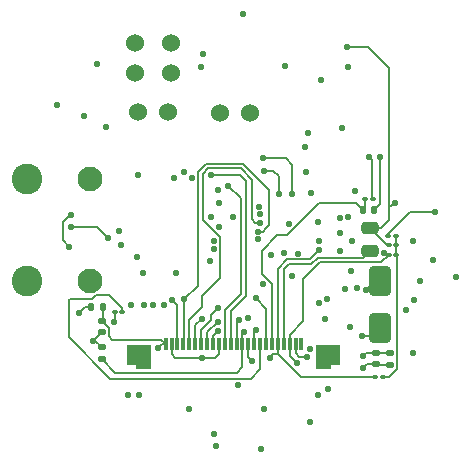
<source format=gbr>
%TF.GenerationSoftware,KiCad,Pcbnew,7.0.7*%
%TF.CreationDate,2024-10-30T15:59:06-07:00*%
%TF.ProjectId,SensingBoard_rev1.1,53656e73-696e-4674-926f-6172645f7265,rev?*%
%TF.SameCoordinates,Original*%
%TF.FileFunction,Copper,L6,Bot*%
%TF.FilePolarity,Positive*%
%FSLAX46Y46*%
G04 Gerber Fmt 4.6, Leading zero omitted, Abs format (unit mm)*
G04 Created by KiCad (PCBNEW 7.0.7) date 2024-10-30 15:59:06*
%MOMM*%
%LPD*%
G01*
G04 APERTURE LIST*
G04 Aperture macros list*
%AMRoundRect*
0 Rectangle with rounded corners*
0 $1 Rounding radius*
0 $2 $3 $4 $5 $6 $7 $8 $9 X,Y pos of 4 corners*
0 Add a 4 corners polygon primitive as box body*
4,1,4,$2,$3,$4,$5,$6,$7,$8,$9,$2,$3,0*
0 Add four circle primitives for the rounded corners*
1,1,$1+$1,$2,$3*
1,1,$1+$1,$4,$5*
1,1,$1+$1,$6,$7*
1,1,$1+$1,$8,$9*
0 Add four rect primitives between the rounded corners*
20,1,$1+$1,$2,$3,$4,$5,0*
20,1,$1+$1,$4,$5,$6,$7,0*
20,1,$1+$1,$6,$7,$8,$9,0*
20,1,$1+$1,$8,$9,$2,$3,0*%
%AMFreePoly0*
4,1,17,1.053536,1.153536,1.055000,1.150000,1.055000,-0.800000,1.053536,-0.803536,1.050000,-0.805000,-1.050000,-0.805000,-1.053536,-0.803536,-1.055000,-0.800000,-1.055000,0.800000,-1.053536,0.803536,-1.050000,0.805000,-0.255000,0.805000,-0.255000,1.150000,-0.253536,1.153536,-0.250000,1.155000,1.050000,1.155000,1.053536,1.153536,1.053536,1.153536,$1*%
%AMFreePoly1*
4,1,17,0.253536,1.153536,0.255000,1.150000,0.255000,0.805000,1.050000,0.805000,1.053536,0.803536,1.055000,0.800000,1.055000,-0.800000,1.053536,-0.803536,1.050000,-0.805000,-1.050000,-0.805000,-1.053536,-0.803536,-1.055000,-0.800000,-1.055000,1.150000,-1.053536,1.153536,-1.050000,1.155000,0.250000,1.155000,0.253536,1.153536,0.253536,1.153536,$1*%
G04 Aperture macros list end*
%TA.AperFunction,ComponentPad*%
%ADD10C,1.524000*%
%TD*%
%TA.AperFunction,ComponentPad*%
%ADD11C,2.100000*%
%TD*%
%TA.AperFunction,ComponentPad*%
%ADD12C,2.600000*%
%TD*%
%TA.AperFunction,SMDPad,CuDef*%
%ADD13RoundRect,0.250000X-0.475000X0.250000X-0.475000X-0.250000X0.475000X-0.250000X0.475000X0.250000X0*%
%TD*%
%TA.AperFunction,SMDPad,CuDef*%
%ADD14RoundRect,0.140000X0.170000X-0.140000X0.170000X0.140000X-0.170000X0.140000X-0.170000X-0.140000X0*%
%TD*%
%TA.AperFunction,SMDPad,CuDef*%
%ADD15RoundRect,0.100000X0.130000X0.100000X-0.130000X0.100000X-0.130000X-0.100000X0.130000X-0.100000X0*%
%TD*%
%TA.AperFunction,SMDPad,CuDef*%
%ADD16RoundRect,0.140000X0.140000X0.170000X-0.140000X0.170000X-0.140000X-0.170000X0.140000X-0.170000X0*%
%TD*%
%TA.AperFunction,SMDPad,CuDef*%
%ADD17RoundRect,0.140000X-0.140000X-0.170000X0.140000X-0.170000X0.140000X0.170000X-0.140000X0.170000X0*%
%TD*%
%TA.AperFunction,SMDPad,CuDef*%
%ADD18RoundRect,0.140000X-0.170000X0.140000X-0.170000X-0.140000X0.170000X-0.140000X0.170000X0.140000X0*%
%TD*%
%TA.AperFunction,SMDPad,CuDef*%
%ADD19R,0.300000X1.100000*%
%TD*%
%TA.AperFunction,SMDPad,CuDef*%
%ADD20FreePoly0,180.000000*%
%TD*%
%TA.AperFunction,SMDPad,CuDef*%
%ADD21FreePoly1,180.000000*%
%TD*%
%TA.AperFunction,SMDPad,CuDef*%
%ADD22RoundRect,0.250000X0.650000X-1.000000X0.650000X1.000000X-0.650000X1.000000X-0.650000X-1.000000X0*%
%TD*%
%TA.AperFunction,ViaPad*%
%ADD23C,0.550000*%
%TD*%
%TA.AperFunction,Conductor*%
%ADD24C,0.200000*%
%TD*%
G04 APERTURE END LIST*
D10*
%TO.P,J6,1,1*%
%TO.N,MOTOR2_BIN2*%
X124764800Y-49377600D03*
%TO.P,J6,2,2*%
%TO.N,MOTOR2_BIN1*%
X124764800Y-46837600D03*
%TD*%
%TO.P,J7,1,1*%
%TO.N,DRV_FAULT*%
X121666000Y-46824900D03*
%TO.P,J7,2,2*%
%TO.N,DRV_SLEEP*%
X121666000Y-49364900D03*
%TD*%
%TO.P,J9,1,1*%
%TO.N,GND*%
X128879600Y-52730400D03*
%TO.P,J9,2,2*%
%TO.N,VDC*%
X131419600Y-52730400D03*
%TD*%
D11*
%TO.P,J1,S1,SHIELD*%
%TO.N,GND*%
X117882000Y-58318400D03*
D12*
X112522000Y-58318400D03*
D11*
X117882000Y-66958400D03*
D12*
X112522000Y-66958400D03*
%TD*%
D10*
%TO.P,J5,1,1*%
%TO.N,MOTOR1_AIN2*%
X124460000Y-52679600D03*
%TO.P,J5,2,2*%
%TO.N,MOTOR1_AIN1*%
X121920000Y-52679600D03*
%TD*%
D13*
%TO.P,FB1,1*%
%TO.N,+2V8*%
X141579600Y-62514400D03*
%TO.P,FB1,2*%
%TO.N,Net-(FB1-Pad2)*%
X141579600Y-64414400D03*
%TD*%
D14*
%TO.P,C27,1*%
%TO.N,+2V8*%
X118872000Y-73553200D03*
%TO.P,C27,2*%
%TO.N,GND*%
X118872000Y-72593200D03*
%TD*%
D15*
%TO.P,R27,1*%
%TO.N,Net-(R22-Pad1)*%
X143789800Y-63144400D03*
%TO.P,R27,2*%
%TO.N,+3.3V*%
X143149800Y-63144400D03*
%TD*%
D16*
%TO.P,C28,1*%
%TO.N,Net-(D4-K)*%
X118973600Y-69189600D03*
%TO.P,C28,2*%
%TO.N,GND*%
X118013600Y-69189600D03*
%TD*%
D15*
%TO.P,R25,1*%
%TO.N,Net-(J3-Pad8)*%
X120625000Y-69596000D03*
%TO.P,R25,2*%
%TO.N,GND*%
X119985000Y-69596000D03*
%TD*%
%TO.P,R23,1*%
%TO.N,Net-(R22-Pad1)*%
X143814800Y-64800400D03*
%TO.P,R23,2*%
%TO.N,MTDO{slash}IO40{slash}CAM_SDA*%
X143174800Y-64800400D03*
%TD*%
D17*
%TO.P,C1,1*%
%TO.N,CAM_RESET*%
X141020800Y-60990400D03*
%TO.P,C1,2*%
%TO.N,GND*%
X141980800Y-60990400D03*
%TD*%
D18*
%TO.P,C29,1*%
%TO.N,Net-(D4-K)*%
X118872000Y-70358000D03*
%TO.P,C29,2*%
%TO.N,GND*%
X118872000Y-71318000D03*
%TD*%
%TO.P,C2,1*%
%TO.N,+3.3V*%
X143256000Y-73106400D03*
%TO.P,C2,2*%
%TO.N,GND*%
X143256000Y-74066400D03*
%TD*%
%TO.P,C3,1*%
%TO.N,+3.3V*%
X142087600Y-73078400D03*
%TO.P,C3,2*%
%TO.N,GND*%
X142087600Y-74038400D03*
%TD*%
D19*
%TO.P,J3,1,1*%
%TO.N,unconnected-(J3-Pad1)*%
X135799200Y-72288400D03*
%TO.P,J3,2,2*%
%TO.N,GND*%
X135299200Y-72288400D03*
%TO.P,J3,3,3*%
%TO.N,MTDO{slash}IO40{slash}CAM_SDA*%
X134799200Y-72288400D03*
%TO.P,J3,4,4*%
%TO.N,Net-(FB1-Pad2)*%
X134299200Y-72288400D03*
%TO.P,J3,5,5*%
%TO.N,MTCK{slash}IO39{slash}CAM_SCL*%
X133799200Y-72288400D03*
%TO.P,J3,6,6*%
%TO.N,CAM_RESET*%
X133299200Y-72288400D03*
%TO.P,J3,7,7*%
%TO.N,IO38{slash}DVP_VSYNC*%
X132799200Y-72288400D03*
%TO.P,J3,8,8*%
%TO.N,Net-(J3-Pad8)*%
X132299200Y-72288400D03*
%TO.P,J3,9,9*%
%TO.N,IO47{slash}DVP_HREF*%
X131799200Y-72288400D03*
%TO.P,J3,10,10*%
%TO.N,+1V8*%
X131299200Y-72288400D03*
%TO.P,J3,11,11*%
%TO.N,+2V8*%
X130799200Y-72288400D03*
%TO.P,J3,12,12*%
%TO.N,IO48{slash}DVP_Y9*%
X130299200Y-72288400D03*
%TO.P,J3,13,13*%
%TO.N,IO10{slash}XMCLK*%
X129799200Y-72288400D03*
%TO.P,J3,14,14*%
%TO.N,IO11{slash}DVP_Y8*%
X129299200Y-72288400D03*
%TO.P,J3,15,15*%
%TO.N,GND*%
X128799200Y-72288400D03*
%TO.P,J3,16,16*%
%TO.N,IO12{slash}DVP_Y7*%
X128299200Y-72288400D03*
%TO.P,J3,17,17*%
%TO.N,IO13{slash}DVP_PCLK*%
X127799200Y-72288400D03*
%TO.P,J3,18,18*%
%TO.N,IO14{slash}DVP_Y6*%
X127299200Y-72288400D03*
%TO.P,J3,19,19*%
%TO.N,IO15{slash}DVP_Y2*%
X126799200Y-72288400D03*
%TO.P,J3,20,20*%
%TO.N,IO16{slash}DVP_Y5*%
X126299200Y-72288400D03*
%TO.P,J3,21,21*%
%TO.N,IO17{slash}DVP_Y3*%
X125799200Y-72288400D03*
%TO.P,J3,22,22*%
%TO.N,IO18{slash}DVP_Y4*%
X125299200Y-72288400D03*
%TO.P,J3,23,23*%
%TO.N,GND*%
X124799200Y-72288400D03*
%TO.P,J3,24,24*%
%TO.N,Net-(D4-K)*%
X124299200Y-72288400D03*
D20*
%TO.P,J3,S1*%
%TO.N,N/C*%
X138049200Y-73238400D03*
D21*
%TO.P,J3,S2*%
X122049200Y-73238400D03*
%TD*%
D22*
%TO.P,D4,1,K*%
%TO.N,Net-(D4-K)*%
X142443200Y-70986400D03*
%TO.P,D4,2,A*%
%TO.N,+2V8*%
X142443200Y-66986400D03*
%TD*%
D15*
%TO.P,R22,1*%
%TO.N,Net-(R22-Pad1)*%
X143814800Y-63957200D03*
%TO.P,R22,2*%
%TO.N,+2V8*%
X143174800Y-63957200D03*
%TD*%
%TO.P,R24,1*%
%TO.N,+3.3V*%
X141833600Y-59994800D03*
%TO.P,R24,2*%
%TO.N,CAM_RESET*%
X141193600Y-59994800D03*
%TD*%
%TO.P,R28,1*%
%TO.N,Net-(R22-Pad1)*%
X142672200Y-75082400D03*
%TO.P,R28,2*%
%TO.N,MTCK{slash}IO39{slash}CAM_SCL*%
X142032200Y-75082400D03*
%TD*%
D23*
%TO.N,Net-(U2-XIN32)*%
X140496118Y-67595586D03*
X144678400Y-69427900D03*
%TO.N,+5V*%
X116294500Y-61382635D03*
X116136972Y-64112900D03*
%TO.N,DRV_SLEEP*%
X137974396Y-68511505D03*
%TO.N,DRV_FAULT*%
X139496800Y-67614800D03*
%TO.N,+1V8*%
X131599700Y-73710800D03*
X117348000Y-52984400D03*
%TO.N,+2V8*%
X139649200Y-47193200D03*
X130914831Y-71326283D03*
X143713200Y-60350400D03*
X141244669Y-67708302D03*
%TO.N,Net-(D4-K)*%
X140882921Y-71613813D03*
X123647200Y-72644000D03*
%TO.N,IO38{slash}DVP_VSYNC*%
X139039600Y-64429900D03*
X131908935Y-68459735D03*
%TO.N,IO47{slash}DVP_HREF*%
X135534400Y-64668400D03*
X131927697Y-71138096D03*
%TO.N,IO48{slash}DVP_Y9*%
X130518100Y-70307200D03*
X134975600Y-66548000D03*
%TO.N,IO10{slash}XMCLK*%
X128117600Y-58028800D03*
%TO.N,IO11{slash}DVP_Y8*%
X129619678Y-58899122D03*
%TO.N,IO12{slash}DVP_Y7*%
X128724700Y-71221600D03*
X128701732Y-59294572D03*
%TO.N,IO13{slash}DVP_PCLK*%
X128724700Y-70408800D03*
X128823958Y-60406042D03*
%TO.N,BNO_INT*%
X137286833Y-68808767D03*
X145796000Y-66954400D03*
%TO.N,USB_DP*%
X120345200Y-62738000D03*
X128431283Y-64253555D03*
%TO.N,USB_DN*%
X119430800Y-63347600D03*
X120497600Y-63906400D03*
X116294097Y-62382747D03*
X128431283Y-63614052D03*
%TO.N,IO14{slash}DVP_Y6*%
X132181600Y-60706000D03*
X128760001Y-69225233D03*
%TO.N,IO15{slash}DVP_Y2*%
X132326990Y-61328757D03*
X127355600Y-70154800D03*
%TO.N,IO16{slash}DVP_Y5*%
X132284525Y-62028125D03*
%TO.N,IO17{slash}DVP_Y3*%
X132147918Y-62792809D03*
X125873961Y-68523514D03*
%TO.N,IO18{slash}DVP_Y4*%
X132130800Y-63441900D03*
X124874884Y-68552681D03*
%TO.N,CHIP_EN*%
X126238000Y-77774800D03*
X136194887Y-57718139D03*
%TO.N,SPID*%
X134355826Y-64576974D03*
X130454400Y-75809300D03*
%TO.N,SPIQ*%
X132527900Y-67259200D03*
X133248400Y-64770000D03*
%TO.N,GND*%
X115062000Y-52070000D03*
X121869200Y-64973200D03*
X136122501Y-55664292D03*
X121920000Y-57962800D03*
X128371600Y-79908400D03*
X118465600Y-48615600D03*
X148844000Y-66649600D03*
X118110000Y-72034400D03*
X140004800Y-66103900D03*
X141028693Y-74352978D03*
X136245600Y-73406000D03*
X136499600Y-78892400D03*
X119923979Y-70420735D03*
X146964400Y-65227200D03*
X119278400Y-53898800D03*
X127355600Y-73456800D03*
X122021600Y-76606400D03*
X137414000Y-49936400D03*
X131292600Y-70069800D03*
X139700000Y-48869600D03*
X134721600Y-62128400D03*
X145237200Y-73050400D03*
X145237200Y-63550800D03*
X116992400Y-69646800D03*
X128828800Y-62382400D03*
X138042436Y-76102776D03*
X139903200Y-70866000D03*
X125171200Y-66311183D03*
X124968000Y-58216800D03*
X134416800Y-48768000D03*
X145288000Y-68580000D03*
X130810000Y-44348400D03*
X127254000Y-48818800D03*
X142480700Y-56438800D03*
X139242800Y-54051200D03*
%TO.N,+3.3V*%
X122377200Y-66294000D03*
X128066800Y-65278000D03*
X147116800Y-61112400D03*
X140106400Y-63578800D03*
X132384800Y-81178400D03*
X141481197Y-56438800D03*
X140970000Y-73355200D03*
X128524000Y-80924400D03*
X136369675Y-54417709D03*
X136519984Y-72708528D03*
X126565800Y-58216800D03*
X127457200Y-47752000D03*
X121107200Y-76606400D03*
X137793500Y-70223700D03*
X130030601Y-61599131D03*
X140328058Y-59352858D03*
X137210800Y-76657200D03*
%TO.N,RX_D7*%
X139085064Y-61608223D03*
X128171085Y-61528315D03*
%TO.N,TX_D6*%
X139722764Y-61560242D03*
X125831600Y-57759600D03*
%TO.N,MTDO{slash}IO40{slash}CAM_SDA*%
X142778620Y-64566316D03*
X123228303Y-68986400D03*
X135435433Y-73962167D03*
X137312400Y-63550800D03*
%TO.N,MTCK{slash}IO39{slash}CAM_SCL*%
X137280918Y-64331785D03*
X133096000Y-73456800D03*
X124124268Y-69024617D03*
%TO.N,D3{slash}A3*%
X132597902Y-57628415D03*
X133858000Y-59619598D03*
%TO.N,D2{slash}A2*%
X132556500Y-56591200D03*
X135026400Y-59588400D03*
%TO.N,GPIO0*%
X132638800Y-77825600D03*
X136601200Y-59542901D03*
%TO.N,MTDI{slash}IO41{slash}PDM_DATA*%
X122478800Y-68986400D03*
X139100758Y-62920105D03*
%TO.N,MTMS{slash}IO42{slash}PDM_CLK*%
X121361200Y-68986400D03*
X137215402Y-62002900D03*
%TD*%
D24*
%TO.N,+5V*%
X116136972Y-64112900D02*
X115569097Y-63545025D01*
X115569097Y-61976903D02*
X116163365Y-61382635D01*
X116163365Y-61382635D02*
X116294500Y-61382635D01*
X115569097Y-63545025D02*
X115569097Y-61976903D01*
%TO.N,+1V8*%
X131299200Y-72288400D02*
X131299200Y-73410300D01*
X131299200Y-73410300D02*
X131599700Y-73710800D01*
%TO.N,+2V8*%
X141427200Y-47193200D02*
X143205200Y-48971200D01*
X143205200Y-48971200D02*
X143205200Y-60655200D01*
X139649200Y-47193200D02*
X141427200Y-47193200D01*
X130799200Y-72288400D02*
X130799200Y-71441914D01*
X143205200Y-60655200D02*
X143205200Y-61823600D01*
X130331200Y-74726800D02*
X130799200Y-74258800D01*
X141966571Y-66986400D02*
X141244669Y-67708302D01*
X142514400Y-62514400D02*
X141579600Y-62514400D01*
X143205200Y-60655200D02*
X143408400Y-60655200D01*
X120045600Y-74726800D02*
X130331200Y-74726800D01*
X143022400Y-63957200D02*
X141579600Y-62514400D01*
X130799200Y-74258800D02*
X130799200Y-72288400D01*
X142443200Y-66986400D02*
X141966571Y-66986400D01*
X118872000Y-73553200D02*
X120045600Y-74726800D01*
X143205200Y-61823600D02*
X142514400Y-62514400D01*
X130799200Y-71441914D02*
X130914831Y-71326283D01*
X143408400Y-60655200D02*
X143713200Y-60350400D01*
X143174800Y-63957200D02*
X143022400Y-63957200D01*
%TO.N,Net-(D4-K)*%
X119482000Y-71628400D02*
X119482000Y-70968000D01*
X119482000Y-70968000D02*
X118872000Y-70358000D01*
X142309600Y-70986400D02*
X142290800Y-70967600D01*
X118973600Y-70256400D02*
X118872000Y-70358000D01*
X124299200Y-72288400D02*
X123943600Y-71932800D01*
X142290800Y-70967600D02*
X141644587Y-71613813D01*
X123943600Y-71932800D02*
X119786400Y-71932800D01*
X118973600Y-69189600D02*
X118973600Y-70256400D01*
X141644587Y-71613813D02*
X140882921Y-71613813D01*
X142443200Y-70986400D02*
X142309600Y-70986400D01*
X119786400Y-71932800D02*
X119482000Y-71628400D01*
X118978800Y-69184400D02*
X118973600Y-69189600D01*
X124002800Y-72288400D02*
X123647200Y-72644000D01*
X124299200Y-72288400D02*
X124002800Y-72288400D01*
%TO.N,Net-(FB1-Pad2)*%
X134299200Y-66005200D02*
X134299200Y-72288400D01*
X134770487Y-65533913D02*
X134299200Y-66005200D01*
X141579600Y-64414400D02*
X140989600Y-65004400D01*
X140989600Y-65004400D02*
X137173988Y-65004400D01*
X136644475Y-65533913D02*
X134770487Y-65533913D01*
X137173988Y-65004400D02*
X136644475Y-65533913D01*
%TO.N,CAM_RESET*%
X133299200Y-72288400D02*
X133299200Y-67217327D01*
X134569573Y-63093600D02*
X137261973Y-60401200D01*
X133299200Y-67217327D02*
X132435600Y-66353727D01*
X137261973Y-60401200D02*
X140431600Y-60401200D01*
X133756400Y-63093600D02*
X134569573Y-63093600D01*
X132435600Y-66353727D02*
X132435600Y-64414400D01*
X141193600Y-59994800D02*
X141193600Y-60817600D01*
X141193600Y-60817600D02*
X141020800Y-60990400D01*
X140431600Y-60401200D02*
X141020800Y-60990400D01*
X132435600Y-64414400D02*
X133756400Y-63093600D01*
%TO.N,IO38{slash}DVP_VSYNC*%
X132799200Y-69350000D02*
X132799200Y-72288400D01*
X131908935Y-68459735D02*
X132799200Y-69350000D01*
%TO.N,Net-(J3-Pad8)*%
X119621346Y-75234800D02*
X116140000Y-71753454D01*
X132299200Y-74456800D02*
X131521200Y-75234800D01*
X118052315Y-68529200D02*
X118426915Y-68154600D01*
X120625000Y-69266200D02*
X120625000Y-69596000D01*
X119513400Y-68154600D02*
X120625000Y-69266200D01*
X116140000Y-71753454D02*
X116140000Y-68594850D01*
X132299200Y-72288400D02*
X132299200Y-74456800D01*
X118426915Y-68154600D02*
X119513400Y-68154600D01*
X116205650Y-68529200D02*
X118052315Y-68529200D01*
X131521200Y-75234800D02*
X119621346Y-75234800D01*
X116140000Y-68594850D02*
X116205650Y-68529200D01*
%TO.N,IO47{slash}DVP_HREF*%
X131799200Y-71266593D02*
X131927697Y-71138096D01*
X131799200Y-72288400D02*
X131799200Y-71266593D01*
%TO.N,IO48{slash}DVP_Y9*%
X130299200Y-70526100D02*
X130518100Y-70307200D01*
X130299200Y-72288400D02*
X130299200Y-70526100D01*
%TO.N,IO10{slash}XMCLK*%
X129799200Y-69489200D02*
X129799200Y-72288400D01*
X128117600Y-58028800D02*
X130622000Y-58028800D01*
X131064000Y-58470800D02*
X131064000Y-68224400D01*
X131064000Y-68224400D02*
X129799200Y-69489200D01*
X130622000Y-58028800D02*
X131064000Y-58470800D01*
%TO.N,IO11{slash}DVP_Y8*%
X130664000Y-68058714D02*
X130664000Y-59943444D01*
X129299200Y-69423514D02*
X130664000Y-68058714D01*
X130664000Y-59943444D02*
X129619678Y-58899122D01*
X129299200Y-72288400D02*
X129299200Y-69423514D01*
%TO.N,IO12{slash}DVP_Y7*%
X128299200Y-72288400D02*
X128299200Y-71647100D01*
X128299200Y-71647100D02*
X128724700Y-71221600D01*
%TO.N,IO13{slash}DVP_PCLK*%
X127799200Y-72288400D02*
X127799200Y-71334300D01*
X127799200Y-71334300D02*
X128724700Y-70408800D01*
%TO.N,USB_DN*%
X118465947Y-62382747D02*
X116294097Y-62382747D01*
X119430800Y-63347600D02*
X118465947Y-62382747D01*
%TO.N,IO14{slash}DVP_Y6*%
X127299200Y-71125600D02*
X127299200Y-72288400D01*
X128760001Y-69225233D02*
X128149700Y-69835534D01*
X128149700Y-70275100D02*
X127299200Y-71125600D01*
X128149700Y-69835534D02*
X128149700Y-70275100D01*
%TO.N,IO15{slash}DVP_Y2*%
X126799200Y-70711200D02*
X127355600Y-70154800D01*
X126799200Y-72288400D02*
X126799200Y-70711200D01*
%TO.N,IO16{slash}DVP_Y5*%
X128895783Y-63262183D02*
X128895783Y-66735017D01*
X132284525Y-62028125D02*
X131880061Y-62028125D01*
X126288800Y-70307200D02*
X126299200Y-70317600D01*
X127864600Y-57453800D02*
X127430300Y-57888100D01*
X127430300Y-61796700D02*
X128895783Y-63262183D01*
X131606600Y-61754664D02*
X131606600Y-58403800D01*
X127406400Y-68224400D02*
X127406400Y-69189600D01*
X130656600Y-57453800D02*
X127864600Y-57453800D01*
X131880061Y-62028125D02*
X131606600Y-61754664D01*
X127406400Y-69189600D02*
X126288800Y-70307200D01*
X127430300Y-57888100D02*
X127430300Y-61796700D01*
X126299200Y-70317600D02*
X126299200Y-72288400D01*
X131606600Y-58403800D02*
X130656600Y-57453800D01*
X128895783Y-66735017D02*
X127406400Y-68224400D01*
%TO.N,IO17{slash}DVP_Y3*%
X125831600Y-72256000D02*
X125831600Y-68565875D01*
X130816886Y-57048400D02*
X133045200Y-59276714D01*
X133045200Y-62279153D02*
X132791200Y-62533153D01*
X133045200Y-59276714D02*
X133045200Y-62279153D01*
X125831600Y-68565875D02*
X125873961Y-68523514D01*
X127704314Y-57048400D02*
X130816886Y-57048400D01*
X125799200Y-72288400D02*
X125831600Y-72256000D01*
X127030300Y-57722414D02*
X127704314Y-57048400D01*
X132147918Y-62792809D02*
X132532898Y-62792809D01*
X132532898Y-62792809D02*
X132791877Y-62533830D01*
X127030300Y-67367175D02*
X127030300Y-57722414D01*
X125873961Y-68523514D02*
X127030300Y-67367175D01*
%TO.N,IO18{slash}DVP_Y4*%
X125299200Y-68976997D02*
X124874884Y-68552681D01*
X125299200Y-72288400D02*
X125299200Y-68976997D01*
%TO.N,GND*%
X118110000Y-72034400D02*
X118155600Y-72034400D01*
X143256000Y-74066400D02*
X142115600Y-74066400D01*
X118155600Y-72034400D02*
X118872000Y-71318000D01*
X119985000Y-69596000D02*
X119985000Y-70359714D01*
X142087600Y-74038400D02*
X141343271Y-74038400D01*
X119985000Y-70359714D02*
X119923979Y-70420735D01*
X128480800Y-73456800D02*
X128799200Y-73138400D01*
X118858800Y-72606400D02*
X118872000Y-72593200D01*
X127355600Y-73456800D02*
X125117600Y-73456800D01*
X135299200Y-73088400D02*
X135299200Y-72288400D01*
X136245600Y-73406000D02*
X135616800Y-73406000D01*
X118013600Y-69133600D02*
X118013600Y-69189600D01*
X117449600Y-69189600D02*
X118013600Y-69189600D01*
X116992400Y-69646800D02*
X117449600Y-69189600D01*
X125117600Y-73456800D02*
X124799200Y-73138400D01*
X124799200Y-73138400D02*
X124799200Y-72288400D01*
X128799200Y-73138400D02*
X128799200Y-72288400D01*
X142115600Y-74066400D02*
X142087600Y-74038400D01*
X142480700Y-60490500D02*
X142480700Y-56438800D01*
X141343271Y-74038400D02*
X141028693Y-74352978D01*
X141980800Y-60990400D02*
X142480700Y-60490500D01*
X118110000Y-72034400D02*
X118313200Y-72034400D01*
X127355600Y-73456800D02*
X128480800Y-73456800D01*
X118313200Y-72034400D02*
X118872000Y-72593200D01*
X135616800Y-73406000D02*
X135299200Y-73088400D01*
%TO.N,+3.3V*%
X142115600Y-73106400D02*
X142087600Y-73078400D01*
X147116800Y-61112400D02*
X145026115Y-61112400D01*
X143256000Y-73106400D02*
X142115600Y-73106400D01*
X143149800Y-62988715D02*
X143149800Y-63144400D01*
X142087600Y-73078400D02*
X141246800Y-73078400D01*
X141755700Y-56713303D02*
X141481197Y-56438800D01*
X141755700Y-59916900D02*
X141755700Y-56713303D01*
X141833600Y-59994800D02*
X141755700Y-59916900D01*
X145026115Y-61112400D02*
X143149800Y-62988715D01*
X141246800Y-73078400D02*
X140970000Y-73355200D01*
%TO.N,MTDO{slash}IO40{slash}CAM_SDA*%
X135940800Y-70396800D02*
X134799200Y-71538400D01*
X134799200Y-71538400D02*
X134799200Y-72288400D01*
X135940800Y-66803274D02*
X135940800Y-70396800D01*
X143012704Y-64800400D02*
X142778620Y-64566316D01*
X134799200Y-73325934D02*
X135435433Y-73962167D01*
X142570800Y-65404400D02*
X137339674Y-65404400D01*
X134799200Y-72288400D02*
X134799200Y-73325934D01*
X143174800Y-64800400D02*
X143012704Y-64800400D01*
X143174800Y-64800400D02*
X142570800Y-65404400D01*
X137339674Y-65404400D02*
X135940800Y-66803274D01*
%TO.N,MTCK{slash}IO39{slash}CAM_SCL*%
X135743200Y-75082400D02*
X133799200Y-73138400D01*
X133799200Y-72288400D02*
X133799200Y-73138400D01*
X134604802Y-65133913D02*
X136478790Y-65133913D01*
X142032200Y-75082400D02*
X135743200Y-75082400D01*
X136478790Y-65133913D02*
X137280918Y-64331785D01*
X133799200Y-72288400D02*
X133799200Y-65939515D01*
X133414400Y-73138400D02*
X133096000Y-73456800D01*
X133799200Y-73138400D02*
X133414400Y-73138400D01*
X133799200Y-65939515D02*
X134604802Y-65133913D01*
%TO.N,D3{slash}A3*%
X132597902Y-57628415D02*
X133422015Y-57628415D01*
X133422015Y-57628415D02*
X133858000Y-58064400D01*
X133858000Y-58064400D02*
X133858000Y-59619598D01*
%TO.N,D2{slash}A2*%
X132556500Y-56591200D02*
X134467600Y-56591200D01*
X134467600Y-56591200D02*
X135026400Y-57150000D01*
X135026400Y-57150000D02*
X135026400Y-59588400D01*
%TO.N,Net-(R22-Pad1)*%
X143814800Y-63957200D02*
X143814800Y-63169400D01*
X143814800Y-64800400D02*
X143891000Y-64876600D01*
X143814800Y-63169400D02*
X143789800Y-63144400D01*
X143891000Y-64876600D02*
X143891000Y-74399009D01*
X143891000Y-74399009D02*
X143207609Y-75082400D01*
X143814800Y-63957200D02*
X143814800Y-64800400D01*
X143207609Y-75082400D02*
X142672200Y-75082400D01*
%TD*%
M02*

</source>
